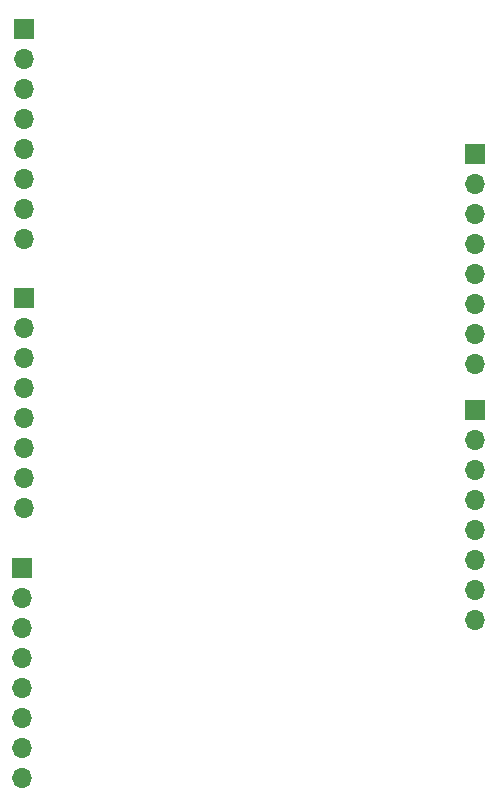
<source format=gbr>
%TF.GenerationSoftware,KiCad,Pcbnew,8.0.4*%
%TF.CreationDate,2024-11-14T19:13:44-05:00*%
%TF.ProjectId,ADS1299_Breakout_Board,41445331-3239-4395-9f42-7265616b6f75,rev?*%
%TF.SameCoordinates,Original*%
%TF.FileFunction,Soldermask,Bot*%
%TF.FilePolarity,Negative*%
%FSLAX46Y46*%
G04 Gerber Fmt 4.6, Leading zero omitted, Abs format (unit mm)*
G04 Created by KiCad (PCBNEW 8.0.4) date 2024-11-14 19:13:44*
%MOMM*%
%LPD*%
G01*
G04 APERTURE LIST*
%ADD10R,1.700000X1.700000*%
%ADD11O,1.700000X1.700000*%
G04 APERTURE END LIST*
D10*
%TO.C,J2*%
X139000000Y-71000000D03*
D11*
X139000000Y-73540000D03*
X139000000Y-76080000D03*
X139000000Y-78620000D03*
X139000000Y-81160000D03*
X139000000Y-83700000D03*
X139000000Y-86240000D03*
X139000000Y-88780000D03*
%TD*%
D10*
%TO.C,J1*%
X139000000Y-48220000D03*
D11*
X139000000Y-50760000D03*
X139000000Y-53300000D03*
X139000000Y-55840000D03*
X139000000Y-58380000D03*
X139000000Y-60920000D03*
X139000000Y-63460000D03*
X139000000Y-66000000D03*
%TD*%
D10*
%TO.C,J5*%
X177200000Y-58800000D03*
D11*
X177200000Y-61340000D03*
X177200000Y-63880000D03*
X177200000Y-66420000D03*
X177200000Y-68960000D03*
X177200000Y-71500000D03*
X177200000Y-74040000D03*
X177200000Y-76580000D03*
%TD*%
D10*
%TO.C,J3*%
X138800000Y-93800000D03*
D11*
X138800000Y-96340000D03*
X138800000Y-98880000D03*
X138800000Y-101420000D03*
X138800000Y-103960000D03*
X138800000Y-106500000D03*
X138800000Y-109040000D03*
X138800000Y-111580000D03*
%TD*%
D10*
%TO.C,J4*%
X177200000Y-80440000D03*
D11*
X177200000Y-82980000D03*
X177200000Y-85520000D03*
X177200000Y-88060000D03*
X177200000Y-90600000D03*
X177200000Y-93140000D03*
X177200000Y-95680000D03*
X177200000Y-98220000D03*
%TD*%
M02*

</source>
